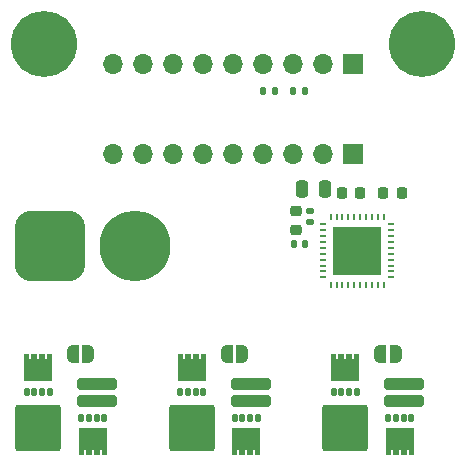
<source format=gts>
G04 #@! TF.GenerationSoftware,KiCad,Pcbnew,8.0.5*
G04 #@! TF.CreationDate,2024-10-07T10:05:32-05:00*
G04 #@! TF.ProjectId,DRV8323_BreakoutBoard,44525638-3332-4335-9f42-7265616b6f75,rev?*
G04 #@! TF.SameCoordinates,Original*
G04 #@! TF.FileFunction,Soldermask,Top*
G04 #@! TF.FilePolarity,Negative*
%FSLAX46Y46*%
G04 Gerber Fmt 4.6, Leading zero omitted, Abs format (unit mm)*
G04 Created by KiCad (PCBNEW 8.0.5) date 2024-10-07 10:05:32*
%MOMM*%
%LPD*%
G01*
G04 APERTURE LIST*
G04 Aperture macros list*
%AMRoundRect*
0 Rectangle with rounded corners*
0 $1 Rounding radius*
0 $2 $3 $4 $5 $6 $7 $8 $9 X,Y pos of 4 corners*
0 Add a 4 corners polygon primitive as box body*
4,1,4,$2,$3,$4,$5,$6,$7,$8,$9,$2,$3,0*
0 Add four circle primitives for the rounded corners*
1,1,$1+$1,$2,$3*
1,1,$1+$1,$4,$5*
1,1,$1+$1,$6,$7*
1,1,$1+$1,$8,$9*
0 Add four rect primitives between the rounded corners*
20,1,$1+$1,$2,$3,$4,$5,0*
20,1,$1+$1,$4,$5,$6,$7,0*
20,1,$1+$1,$6,$7,$8,$9,0*
20,1,$1+$1,$8,$9,$2,$3,0*%
%AMFreePoly0*
4,1,17,1.371000,0.720000,0.950000,0.720000,0.950000,0.580000,1.370000,0.580000,1.370000,0.080000,0.950000,0.080000,0.950000,-0.080000,1.370000,-0.080000,1.370000,-0.580000,0.950000,-0.580000,0.950000,-0.720000,1.370000,-0.720000,1.370000,-1.225000,-0.950000,-1.225000,-0.950000,1.225000,1.371000,1.225000,1.371000,0.720000,1.371000,0.720000,$1*%
%AMFreePoly1*
4,1,19,0.500000,-0.750000,0.000000,-0.750000,0.000000,-0.744911,-0.071157,-0.744911,-0.207708,-0.704816,-0.327430,-0.627875,-0.420627,-0.520320,-0.479746,-0.390866,-0.500000,-0.250000,-0.500000,0.250000,-0.479746,0.390866,-0.420627,0.520320,-0.327430,0.627875,-0.207708,0.704816,-0.071157,0.744911,0.000000,0.744911,0.000000,0.750000,0.500000,0.750000,0.500000,-0.750000,0.500000,-0.750000,
$1*%
%AMFreePoly2*
4,1,19,0.000000,0.744911,0.071157,0.744911,0.207708,0.704816,0.327430,0.627875,0.420627,0.520320,0.479746,0.390866,0.500000,0.250000,0.500000,-0.250000,0.479746,-0.390866,0.420627,-0.520320,0.327430,-0.627875,0.207708,-0.704816,0.071157,-0.744911,0.000000,-0.744911,0.000000,-0.750000,-0.500000,-0.750000,-0.500000,0.750000,0.000000,0.750000,0.000000,0.744911,0.000000,0.744911,
$1*%
G04 Aperture macros list end*
%ADD10RoundRect,0.135000X-0.135000X-0.185000X0.135000X-0.185000X0.135000X0.185000X-0.135000X0.185000X0*%
%ADD11RoundRect,0.250000X0.250000X0.475000X-0.250000X0.475000X-0.250000X-0.475000X0.250000X-0.475000X0*%
%ADD12RoundRect,0.250000X1.450000X-0.250000X1.450000X0.250000X-1.450000X0.250000X-1.450000X-0.250000X0*%
%ADD13C,5.600000*%
%ADD14R,1.700000X1.700000*%
%ADD15O,1.700000X1.700000*%
%ADD16RoundRect,0.140000X0.170000X-0.140000X0.170000X0.140000X-0.170000X0.140000X-0.170000X-0.140000X0*%
%ADD17RoundRect,0.125000X-0.125000X0.190000X-0.125000X-0.190000X0.125000X-0.190000X0.125000X0.190000X0*%
%ADD18FreePoly0,270.000000*%
%ADD19O,0.599999X0.230000*%
%ADD20O,0.230000X0.599999*%
%ADD21R,4.150000X4.150000*%
%ADD22RoundRect,0.225000X-0.225000X-0.250000X0.225000X-0.250000X0.225000X0.250000X-0.225000X0.250000X0*%
%ADD23RoundRect,0.250002X-1.699998X-1.699998X1.699998X-1.699998X1.699998X1.699998X-1.699998X1.699998X0*%
%ADD24RoundRect,0.125000X0.125000X-0.190000X0.125000X0.190000X-0.125000X0.190000X-0.125000X-0.190000X0*%
%ADD25FreePoly0,90.000000*%
%ADD26RoundRect,1.500000X-1.500000X-1.500000X1.500000X-1.500000X1.500000X1.500000X-1.500000X1.500000X0*%
%ADD27C,6.000000*%
%ADD28RoundRect,0.140000X-0.140000X-0.170000X0.140000X-0.170000X0.140000X0.170000X-0.140000X0.170000X0*%
%ADD29FreePoly1,0.000000*%
%ADD30FreePoly2,0.000000*%
%ADD31RoundRect,0.225000X-0.250000X0.225000X-0.250000X-0.225000X0.250000X-0.225000X0.250000X0.225000X0*%
%ADD32RoundRect,0.225000X0.225000X0.250000X-0.225000X0.250000X-0.225000X-0.250000X0.225000X-0.250000X0*%
G04 APERTURE END LIST*
D10*
X73090000Y-59500000D03*
X74110000Y-59500000D03*
X70540000Y-59500000D03*
X71560000Y-59500000D03*
D11*
X75750000Y-67800000D03*
X73850000Y-67800000D03*
D12*
X56500001Y-85750000D03*
X56499999Y-84250000D03*
D13*
X84000000Y-55500000D03*
D14*
X78149998Y-57189998D03*
D15*
X75609998Y-57189998D03*
X73069998Y-57189999D03*
X70529998Y-57189998D03*
X67989998Y-57189998D03*
X65449998Y-57189998D03*
X62909997Y-57189997D03*
X60369998Y-57189999D03*
X57829999Y-57189999D03*
D14*
X78149998Y-64809999D03*
D15*
X75609998Y-64809999D03*
X73069998Y-64810000D03*
X70529998Y-64809999D03*
X67989998Y-64809999D03*
X65449998Y-64809999D03*
X62909997Y-64809998D03*
X60369998Y-64810000D03*
X57829999Y-64810000D03*
D16*
X74500000Y-70580000D03*
X74500000Y-69620000D03*
D13*
X52000000Y-55500000D03*
D17*
X70080001Y-87150000D03*
X69440001Y-87150000D03*
X68780001Y-87150000D03*
X68140002Y-87150000D03*
D18*
X69110001Y-88975002D03*
D17*
X83080001Y-87150001D03*
X82440001Y-87150000D03*
X81780001Y-87150000D03*
X81140002Y-87150000D03*
D18*
X82110001Y-88975002D03*
D19*
X75600001Y-70749999D03*
X75600001Y-71249998D03*
X75600001Y-71750000D03*
X75600001Y-72249999D03*
X75600001Y-72750000D03*
X75600001Y-73250000D03*
X75600001Y-73749998D03*
X75600001Y-74250000D03*
X75600001Y-74749999D03*
X75600001Y-75250001D03*
D20*
X76249999Y-75899999D03*
X76749998Y-75899999D03*
X77250000Y-75899999D03*
X77749999Y-75899999D03*
X78250000Y-75899999D03*
X78750000Y-75899999D03*
X79249998Y-75899999D03*
X79750000Y-75899999D03*
X80249999Y-75899999D03*
X80750001Y-75899999D03*
D19*
X81399999Y-75250001D03*
X81399999Y-74749999D03*
X81399999Y-74250000D03*
X81399999Y-73749998D03*
X81399999Y-73250000D03*
X81399999Y-72750000D03*
X81399999Y-72249999D03*
X81399999Y-71750000D03*
X81399999Y-71249998D03*
X81399999Y-70749999D03*
D20*
X80750001Y-70100001D03*
X80249999Y-70100001D03*
X79750000Y-70100001D03*
X79249998Y-70100001D03*
X78750000Y-70100001D03*
X78250000Y-70100001D03*
X77749999Y-70100001D03*
X77250000Y-70100001D03*
X76749998Y-70100001D03*
X76249999Y-70100001D03*
D21*
X78500000Y-73000000D03*
D22*
X77225000Y-68125000D03*
X78775000Y-68125000D03*
D23*
X77500000Y-88000000D03*
D12*
X82500001Y-85750000D03*
X82499999Y-84250000D03*
D24*
X76530000Y-84939999D03*
X77170000Y-84940000D03*
X77830000Y-84940000D03*
X78469999Y-84940000D03*
D25*
X77500001Y-83114999D03*
D24*
X63530001Y-84940000D03*
X64170000Y-84940000D03*
X64830000Y-84940000D03*
X65470000Y-84940000D03*
D25*
X64500000Y-83114998D03*
D12*
X69500001Y-85750000D03*
X69499999Y-84250000D03*
D23*
X64500000Y-88000000D03*
D17*
X57080001Y-87150000D03*
X56440001Y-87150000D03*
X55780001Y-87150000D03*
X55140002Y-87150000D03*
D18*
X56110001Y-88975002D03*
D26*
X52525000Y-72625000D03*
D27*
X59725000Y-72625000D03*
D28*
X73120000Y-72400000D03*
X74080000Y-72400000D03*
D29*
X67450000Y-81750000D03*
D30*
X68750000Y-81750000D03*
D24*
X50530001Y-84940000D03*
X51170000Y-84940000D03*
X51830000Y-84940000D03*
X52470000Y-84940000D03*
D25*
X51500000Y-83114998D03*
D29*
X54450000Y-81750000D03*
D30*
X55750000Y-81750000D03*
D31*
X73300000Y-69675000D03*
X73300000Y-71225000D03*
D29*
X80449998Y-81749996D03*
D30*
X81750000Y-81750000D03*
D23*
X51500000Y-88000000D03*
D32*
X82275000Y-68125000D03*
X80725000Y-68125000D03*
M02*

</source>
